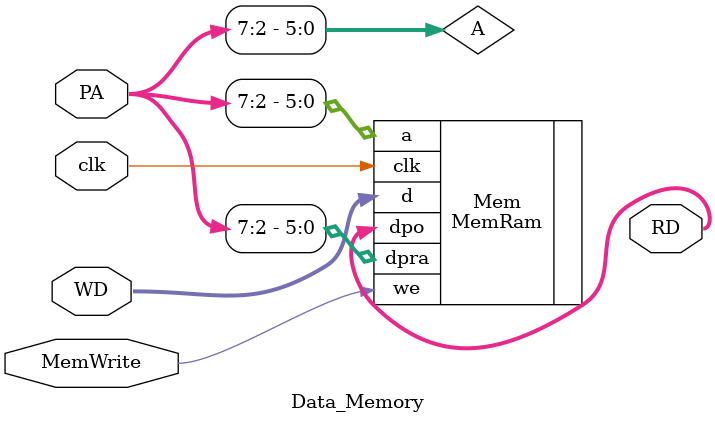
<source format=v>
`timescale 1ns / 1ps
module Data_Memory(
	input clk,
	input MemWrite,
	input [31:0]PA,
	input [31:0]WD,
	output [31:0]RD
    );
	//reg [31:0]Mem[0:63];
	wire [5:0]A;
	assign A=PA>>2;
	//assign RD=Mem[A];
	
	
	MemRam Mem(.a(A),.d(WD),.dpra(A),.we(MemWrite),.clk(clk),.dpo(RD));
	/*
	always@(posedge clk)
		if(MemWrite)
			Mem[A]=WD;
	*/
	/*
	initial
	begin
	Mem[0]=32'h00000000;
	/*Mem[1]=32'h00000001;
	Mem[2]=32'h00000002;
	Mem[3]=32'h00000000;
	Mem[4]=32'h00000004;
	Mem[5]=32'h00000005;
	Mem[6]=32'h00000006;
	Mem[7]=32'h00000007;
	Mem[8]=32'h00000008;
	Mem[9]=32'h00000009;
	Mem[10]=32'h0000000A;
	Mem[11]=32'h0000000B;
	Mem[12]=32'h0000000C;
	Mem[13]=32'h0000000D;
	Mem[14]=32'h0000000E;
	Mem[15]=32'h0000000F;
	*/
	/*
	Mem[20]=32'h00000014;
	Mem[21]=32'h00000003;
	Mem[22]=32'h00000003;
	
	end
	*/
	/*initial
	begin
	Mem[0]=32'h20080000;
	Mem[1]=32'h200d0050;
	Mem[2]=32'h8dad0000;
	Mem[3]=32'h200b0054;
	Mem[4]=32'h8d6b0000;
	Mem[5]=32'h200c0054;
	Mem[6]=32'h8d8c0004;
	Mem[7]=32'had0b0000;
	Mem[8]=32'had0c0004;
	Mem[9]=32'h21a9fffe;
	Mem[10]=32'h8d0b0000;
	Mem[11]=32'h8d0c0004;
	Mem[12]=32'h016c5020;
	Mem[13]=32'had0a0008;
	Mem[14]=32'h21080004;
	Mem[15]=32'h2129ffff;
	Mem[16]=32'h1d20fff9;
	Mem[17]=32'h08000011;
	end
	*/
endmodule

</source>
